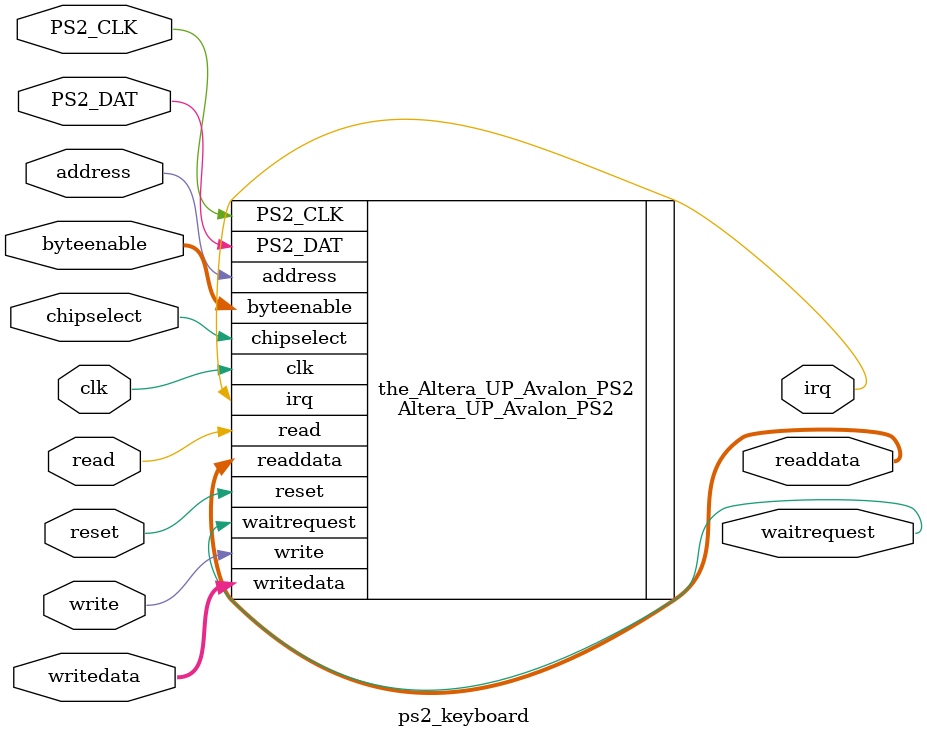
<source format=v>

`timescale 1ns / 1ps
// synthesis translate_on

// turn off superfluous verilog processor warnings 
// altera message_level Level1 
// altera message_off 10034 10035 10036 10037 10230 10240 10030 

module ps2_keyboard (
                      // inputs:
                       address,
                       byteenable,
                       chipselect,
                       clk,
                       read,
                       reset,
                       write,
                       writedata,

                      // outputs:
                       PS2_CLK,
                       PS2_DAT,
                       irq,
                       readdata,
                       waitrequest
                    )
;

  inout            PS2_CLK;
  inout            PS2_DAT;
  output           irq;
  output  [ 31: 0] readdata;
  output           waitrequest;
  input            address;
  input   [  3: 0] byteenable;
  input            chipselect;
  input            clk;
  input            read;
  input            reset;
  input            write;
  input   [ 31: 0] writedata;

  wire             PS2_CLK;
  wire             PS2_DAT;
  wire             irq;
  wire    [ 31: 0] readdata;
  wire             waitrequest;
  Altera_UP_Avalon_PS2 the_Altera_UP_Avalon_PS2
    (
      .PS2_CLK     (PS2_CLK),
      .PS2_DAT     (PS2_DAT),
      .address     (address),
      .byteenable  (byteenable),
      .chipselect  (chipselect),
      .clk         (clk),
      .irq         (irq),
      .read        (read),
      .readdata    (readdata),
      .reset       (reset),
      .waitrequest (waitrequest),
      .write       (write),
      .writedata   (writedata)
    );


endmodule


</source>
